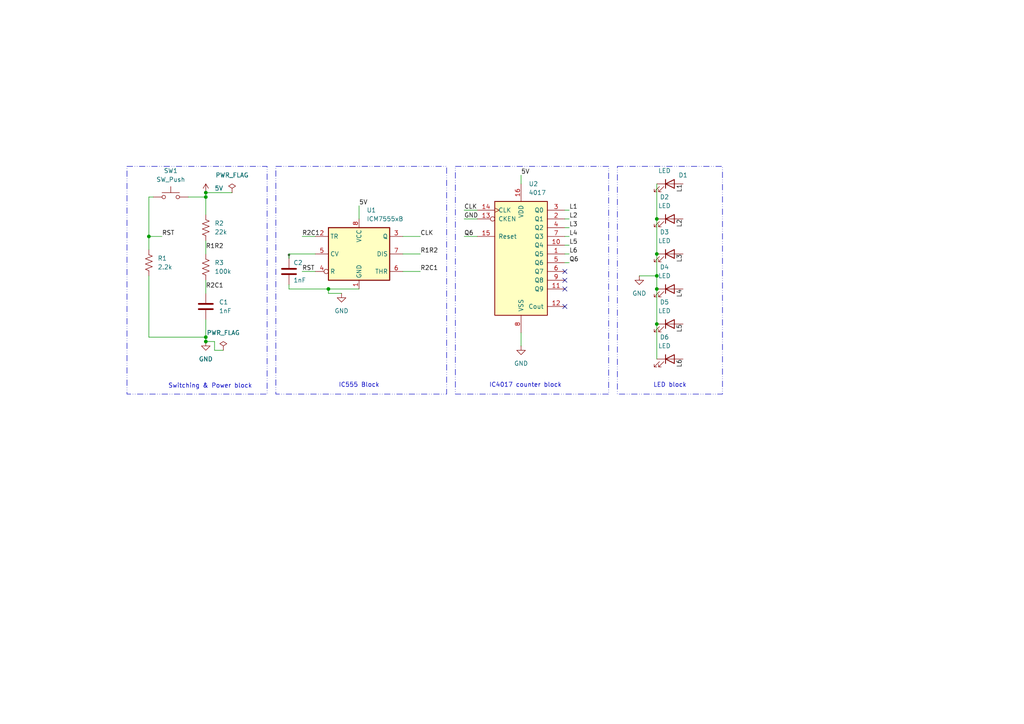
<source format=kicad_sch>
(kicad_sch
	(version 20231120)
	(generator "eeschema")
	(generator_version "8.0")
	(uuid "9ee2e794-78ec-4217-bfd4-8c24a54cbc61")
	(paper "A4")
	(title_block
		(title "Electric Dice")
		(date "2024-08-07")
		(rev "Version1")
		(company "Vakati Nanda Vardhan")
	)
	(lib_symbols
		(symbol "4xxx:4017"
			(pin_names
				(offset 1.016)
			)
			(exclude_from_sim no)
			(in_bom yes)
			(on_board yes)
			(property "Reference" "U"
				(at -7.62 16.51 0)
				(effects
					(font
						(size 1.27 1.27)
					)
				)
			)
			(property "Value" "4017"
				(at -7.62 -19.05 0)
				(effects
					(font
						(size 1.27 1.27)
					)
				)
			)
			(property "Footprint" ""
				(at 0 0 0)
				(effects
					(font
						(size 1.27 1.27)
					)
					(hide yes)
				)
			)
			(property "Datasheet" "http://www.intersil.com/content/dam/Intersil/documents/cd40/cd4017bms-22bms.pdf"
				(at 0 0 0)
				(effects
					(font
						(size 1.27 1.27)
					)
					(hide yes)
				)
			)
			(property "Description" "Johnson Counter ( 10 outputs )"
				(at 0 0 0)
				(effects
					(font
						(size 1.27 1.27)
					)
					(hide yes)
				)
			)
			(property "ki_locked" ""
				(at 0 0 0)
				(effects
					(font
						(size 1.27 1.27)
					)
				)
			)
			(property "ki_keywords" "CNT CNT10"
				(at 0 0 0)
				(effects
					(font
						(size 1.27 1.27)
					)
					(hide yes)
				)
			)
			(property "ki_fp_filters" "DIP?16*"
				(at 0 0 0)
				(effects
					(font
						(size 1.27 1.27)
					)
					(hide yes)
				)
			)
			(symbol "4017_1_0"
				(pin output line
					(at 12.7 0 180)
					(length 5.08)
					(name "Q5"
						(effects
							(font
								(size 1.27 1.27)
							)
						)
					)
					(number "1"
						(effects
							(font
								(size 1.27 1.27)
							)
						)
					)
				)
				(pin output line
					(at 12.7 2.54 180)
					(length 5.08)
					(name "Q4"
						(effects
							(font
								(size 1.27 1.27)
							)
						)
					)
					(number "10"
						(effects
							(font
								(size 1.27 1.27)
							)
						)
					)
				)
				(pin output line
					(at 12.7 -10.16 180)
					(length 5.08)
					(name "Q9"
						(effects
							(font
								(size 1.27 1.27)
							)
						)
					)
					(number "11"
						(effects
							(font
								(size 1.27 1.27)
							)
						)
					)
				)
				(pin output line
					(at 12.7 -15.24 180)
					(length 5.08)
					(name "Cout"
						(effects
							(font
								(size 1.27 1.27)
							)
						)
					)
					(number "12"
						(effects
							(font
								(size 1.27 1.27)
							)
						)
					)
				)
				(pin input inverted
					(at -12.7 10.16 0)
					(length 5.08)
					(name "CKEN"
						(effects
							(font
								(size 1.27 1.27)
							)
						)
					)
					(number "13"
						(effects
							(font
								(size 1.27 1.27)
							)
						)
					)
				)
				(pin input clock
					(at -12.7 12.7 0)
					(length 5.08)
					(name "CLK"
						(effects
							(font
								(size 1.27 1.27)
							)
						)
					)
					(number "14"
						(effects
							(font
								(size 1.27 1.27)
							)
						)
					)
				)
				(pin input line
					(at -12.7 5.08 0)
					(length 5.08)
					(name "Reset"
						(effects
							(font
								(size 1.27 1.27)
							)
						)
					)
					(number "15"
						(effects
							(font
								(size 1.27 1.27)
							)
						)
					)
				)
				(pin power_in line
					(at 0 20.32 270)
					(length 5.08)
					(name "VDD"
						(effects
							(font
								(size 1.27 1.27)
							)
						)
					)
					(number "16"
						(effects
							(font
								(size 1.27 1.27)
							)
						)
					)
				)
				(pin output line
					(at 12.7 10.16 180)
					(length 5.08)
					(name "Q1"
						(effects
							(font
								(size 1.27 1.27)
							)
						)
					)
					(number "2"
						(effects
							(font
								(size 1.27 1.27)
							)
						)
					)
				)
				(pin output line
					(at 12.7 12.7 180)
					(length 5.08)
					(name "Q0"
						(effects
							(font
								(size 1.27 1.27)
							)
						)
					)
					(number "3"
						(effects
							(font
								(size 1.27 1.27)
							)
						)
					)
				)
				(pin output line
					(at 12.7 7.62 180)
					(length 5.08)
					(name "Q2"
						(effects
							(font
								(size 1.27 1.27)
							)
						)
					)
					(number "4"
						(effects
							(font
								(size 1.27 1.27)
							)
						)
					)
				)
				(pin output line
					(at 12.7 -2.54 180)
					(length 5.08)
					(name "Q6"
						(effects
							(font
								(size 1.27 1.27)
							)
						)
					)
					(number "5"
						(effects
							(font
								(size 1.27 1.27)
							)
						)
					)
				)
				(pin output line
					(at 12.7 -5.08 180)
					(length 5.08)
					(name "Q7"
						(effects
							(font
								(size 1.27 1.27)
							)
						)
					)
					(number "6"
						(effects
							(font
								(size 1.27 1.27)
							)
						)
					)
				)
				(pin output line
					(at 12.7 5.08 180)
					(length 5.08)
					(name "Q3"
						(effects
							(font
								(size 1.27 1.27)
							)
						)
					)
					(number "7"
						(effects
							(font
								(size 1.27 1.27)
							)
						)
					)
				)
				(pin power_in line
					(at 0 -22.86 90)
					(length 5.08)
					(name "VSS"
						(effects
							(font
								(size 1.27 1.27)
							)
						)
					)
					(number "8"
						(effects
							(font
								(size 1.27 1.27)
							)
						)
					)
				)
				(pin output line
					(at 12.7 -7.62 180)
					(length 5.08)
					(name "Q8"
						(effects
							(font
								(size 1.27 1.27)
							)
						)
					)
					(number "9"
						(effects
							(font
								(size 1.27 1.27)
							)
						)
					)
				)
			)
			(symbol "4017_1_1"
				(rectangle
					(start -7.62 15.24)
					(end 7.62 -17.78)
					(stroke
						(width 0.254)
						(type default)
					)
					(fill
						(type background)
					)
				)
			)
		)
		(symbol "Device:C"
			(pin_numbers hide)
			(pin_names
				(offset 0.254)
			)
			(exclude_from_sim no)
			(in_bom yes)
			(on_board yes)
			(property "Reference" "C"
				(at 0.635 2.54 0)
				(effects
					(font
						(size 1.27 1.27)
					)
					(justify left)
				)
			)
			(property "Value" "C"
				(at 0.635 -2.54 0)
				(effects
					(font
						(size 1.27 1.27)
					)
					(justify left)
				)
			)
			(property "Footprint" ""
				(at 0.9652 -3.81 0)
				(effects
					(font
						(size 1.27 1.27)
					)
					(hide yes)
				)
			)
			(property "Datasheet" "~"
				(at 0 0 0)
				(effects
					(font
						(size 1.27 1.27)
					)
					(hide yes)
				)
			)
			(property "Description" "Unpolarized capacitor"
				(at 0 0 0)
				(effects
					(font
						(size 1.27 1.27)
					)
					(hide yes)
				)
			)
			(property "ki_keywords" "cap capacitor"
				(at 0 0 0)
				(effects
					(font
						(size 1.27 1.27)
					)
					(hide yes)
				)
			)
			(property "ki_fp_filters" "C_*"
				(at 0 0 0)
				(effects
					(font
						(size 1.27 1.27)
					)
					(hide yes)
				)
			)
			(symbol "C_0_1"
				(polyline
					(pts
						(xy -2.032 -0.762) (xy 2.032 -0.762)
					)
					(stroke
						(width 0.508)
						(type default)
					)
					(fill
						(type none)
					)
				)
				(polyline
					(pts
						(xy -2.032 0.762) (xy 2.032 0.762)
					)
					(stroke
						(width 0.508)
						(type default)
					)
					(fill
						(type none)
					)
				)
			)
			(symbol "C_1_1"
				(pin passive line
					(at 0 3.81 270)
					(length 2.794)
					(name "~"
						(effects
							(font
								(size 1.27 1.27)
							)
						)
					)
					(number "1"
						(effects
							(font
								(size 1.27 1.27)
							)
						)
					)
				)
				(pin passive line
					(at 0 -3.81 90)
					(length 2.794)
					(name "~"
						(effects
							(font
								(size 1.27 1.27)
							)
						)
					)
					(number "2"
						(effects
							(font
								(size 1.27 1.27)
							)
						)
					)
				)
			)
		)
		(symbol "Device:LED"
			(pin_numbers hide)
			(pin_names
				(offset 1.016) hide)
			(exclude_from_sim no)
			(in_bom yes)
			(on_board yes)
			(property "Reference" "D"
				(at 0 2.54 0)
				(effects
					(font
						(size 1.27 1.27)
					)
				)
			)
			(property "Value" "LED"
				(at 0 -2.54 0)
				(effects
					(font
						(size 1.27 1.27)
					)
				)
			)
			(property "Footprint" ""
				(at 0 0 0)
				(effects
					(font
						(size 1.27 1.27)
					)
					(hide yes)
				)
			)
			(property "Datasheet" "~"
				(at 0 0 0)
				(effects
					(font
						(size 1.27 1.27)
					)
					(hide yes)
				)
			)
			(property "Description" "Light emitting diode"
				(at 0 0 0)
				(effects
					(font
						(size 1.27 1.27)
					)
					(hide yes)
				)
			)
			(property "ki_keywords" "LED diode"
				(at 0 0 0)
				(effects
					(font
						(size 1.27 1.27)
					)
					(hide yes)
				)
			)
			(property "ki_fp_filters" "LED* LED_SMD:* LED_THT:*"
				(at 0 0 0)
				(effects
					(font
						(size 1.27 1.27)
					)
					(hide yes)
				)
			)
			(symbol "LED_0_1"
				(polyline
					(pts
						(xy -1.27 -1.27) (xy -1.27 1.27)
					)
					(stroke
						(width 0.254)
						(type default)
					)
					(fill
						(type none)
					)
				)
				(polyline
					(pts
						(xy -1.27 0) (xy 1.27 0)
					)
					(stroke
						(width 0)
						(type default)
					)
					(fill
						(type none)
					)
				)
				(polyline
					(pts
						(xy 1.27 -1.27) (xy 1.27 1.27) (xy -1.27 0) (xy 1.27 -1.27)
					)
					(stroke
						(width 0.254)
						(type default)
					)
					(fill
						(type none)
					)
				)
				(polyline
					(pts
						(xy -3.048 -0.762) (xy -4.572 -2.286) (xy -3.81 -2.286) (xy -4.572 -2.286) (xy -4.572 -1.524)
					)
					(stroke
						(width 0)
						(type default)
					)
					(fill
						(type none)
					)
				)
				(polyline
					(pts
						(xy -1.778 -0.762) (xy -3.302 -2.286) (xy -2.54 -2.286) (xy -3.302 -2.286) (xy -3.302 -1.524)
					)
					(stroke
						(width 0)
						(type default)
					)
					(fill
						(type none)
					)
				)
			)
			(symbol "LED_1_1"
				(pin passive line
					(at -3.81 0 0)
					(length 2.54)
					(name "K"
						(effects
							(font
								(size 1.27 1.27)
							)
						)
					)
					(number "1"
						(effects
							(font
								(size 1.27 1.27)
							)
						)
					)
				)
				(pin passive line
					(at 3.81 0 180)
					(length 2.54)
					(name "A"
						(effects
							(font
								(size 1.27 1.27)
							)
						)
					)
					(number "2"
						(effects
							(font
								(size 1.27 1.27)
							)
						)
					)
				)
			)
		)
		(symbol "Device:R_US"
			(pin_numbers hide)
			(pin_names
				(offset 0)
			)
			(exclude_from_sim no)
			(in_bom yes)
			(on_board yes)
			(property "Reference" "R"
				(at 2.54 0 90)
				(effects
					(font
						(size 1.27 1.27)
					)
				)
			)
			(property "Value" "R_US"
				(at -2.54 0 90)
				(effects
					(font
						(size 1.27 1.27)
					)
				)
			)
			(property "Footprint" ""
				(at 1.016 -0.254 90)
				(effects
					(font
						(size 1.27 1.27)
					)
					(hide yes)
				)
			)
			(property "Datasheet" "~"
				(at 0 0 0)
				(effects
					(font
						(size 1.27 1.27)
					)
					(hide yes)
				)
			)
			(property "Description" "Resistor, US symbol"
				(at 0 0 0)
				(effects
					(font
						(size 1.27 1.27)
					)
					(hide yes)
				)
			)
			(property "ki_keywords" "R res resistor"
				(at 0 0 0)
				(effects
					(font
						(size 1.27 1.27)
					)
					(hide yes)
				)
			)
			(property "ki_fp_filters" "R_*"
				(at 0 0 0)
				(effects
					(font
						(size 1.27 1.27)
					)
					(hide yes)
				)
			)
			(symbol "R_US_0_1"
				(polyline
					(pts
						(xy 0 -2.286) (xy 0 -2.54)
					)
					(stroke
						(width 0)
						(type default)
					)
					(fill
						(type none)
					)
				)
				(polyline
					(pts
						(xy 0 2.286) (xy 0 2.54)
					)
					(stroke
						(width 0)
						(type default)
					)
					(fill
						(type none)
					)
				)
				(polyline
					(pts
						(xy 0 -0.762) (xy 1.016 -1.143) (xy 0 -1.524) (xy -1.016 -1.905) (xy 0 -2.286)
					)
					(stroke
						(width 0)
						(type default)
					)
					(fill
						(type none)
					)
				)
				(polyline
					(pts
						(xy 0 0.762) (xy 1.016 0.381) (xy 0 0) (xy -1.016 -0.381) (xy 0 -0.762)
					)
					(stroke
						(width 0)
						(type default)
					)
					(fill
						(type none)
					)
				)
				(polyline
					(pts
						(xy 0 2.286) (xy 1.016 1.905) (xy 0 1.524) (xy -1.016 1.143) (xy 0 0.762)
					)
					(stroke
						(width 0)
						(type default)
					)
					(fill
						(type none)
					)
				)
			)
			(symbol "R_US_1_1"
				(pin passive line
					(at 0 3.81 270)
					(length 1.27)
					(name "~"
						(effects
							(font
								(size 1.27 1.27)
							)
						)
					)
					(number "1"
						(effects
							(font
								(size 1.27 1.27)
							)
						)
					)
				)
				(pin passive line
					(at 0 -3.81 90)
					(length 1.27)
					(name "~"
						(effects
							(font
								(size 1.27 1.27)
							)
						)
					)
					(number "2"
						(effects
							(font
								(size 1.27 1.27)
							)
						)
					)
				)
			)
		)
		(symbol "Switch:SW_Push"
			(pin_numbers hide)
			(pin_names
				(offset 1.016) hide)
			(exclude_from_sim no)
			(in_bom yes)
			(on_board yes)
			(property "Reference" "SW"
				(at 1.27 2.54 0)
				(effects
					(font
						(size 1.27 1.27)
					)
					(justify left)
				)
			)
			(property "Value" "SW_Push"
				(at 0 -1.524 0)
				(effects
					(font
						(size 1.27 1.27)
					)
				)
			)
			(property "Footprint" ""
				(at 0 5.08 0)
				(effects
					(font
						(size 1.27 1.27)
					)
					(hide yes)
				)
			)
			(property "Datasheet" "~"
				(at 0 5.08 0)
				(effects
					(font
						(size 1.27 1.27)
					)
					(hide yes)
				)
			)
			(property "Description" "Push button switch, generic, two pins"
				(at 0 0 0)
				(effects
					(font
						(size 1.27 1.27)
					)
					(hide yes)
				)
			)
			(property "ki_keywords" "switch normally-open pushbutton push-button"
				(at 0 0 0)
				(effects
					(font
						(size 1.27 1.27)
					)
					(hide yes)
				)
			)
			(symbol "SW_Push_0_1"
				(circle
					(center -2.032 0)
					(radius 0.508)
					(stroke
						(width 0)
						(type default)
					)
					(fill
						(type none)
					)
				)
				(polyline
					(pts
						(xy 0 1.27) (xy 0 3.048)
					)
					(stroke
						(width 0)
						(type default)
					)
					(fill
						(type none)
					)
				)
				(polyline
					(pts
						(xy 2.54 1.27) (xy -2.54 1.27)
					)
					(stroke
						(width 0)
						(type default)
					)
					(fill
						(type none)
					)
				)
				(circle
					(center 2.032 0)
					(radius 0.508)
					(stroke
						(width 0)
						(type default)
					)
					(fill
						(type none)
					)
				)
				(pin passive line
					(at -5.08 0 0)
					(length 2.54)
					(name "1"
						(effects
							(font
								(size 1.27 1.27)
							)
						)
					)
					(number "1"
						(effects
							(font
								(size 1.27 1.27)
							)
						)
					)
				)
				(pin passive line
					(at 5.08 0 180)
					(length 2.54)
					(name "2"
						(effects
							(font
								(size 1.27 1.27)
							)
						)
					)
					(number "2"
						(effects
							(font
								(size 1.27 1.27)
							)
						)
					)
				)
			)
		)
		(symbol "Timer:ICM7555xB"
			(exclude_from_sim no)
			(in_bom yes)
			(on_board yes)
			(property "Reference" "U"
				(at -10.16 8.89 0)
				(effects
					(font
						(size 1.27 1.27)
					)
					(justify left)
				)
			)
			(property "Value" "ICM7555xB"
				(at 2.54 8.89 0)
				(effects
					(font
						(size 1.27 1.27)
					)
					(justify left)
				)
			)
			(property "Footprint" "Package_SO:SOIC-8_3.9x4.9mm_P1.27mm"
				(at 21.59 -10.16 0)
				(effects
					(font
						(size 1.27 1.27)
					)
					(hide yes)
				)
			)
			(property "Datasheet" "http://www.intersil.com/content/dam/Intersil/documents/icm7/icm7555-56.pdf"
				(at 21.59 -10.16 0)
				(effects
					(font
						(size 1.27 1.27)
					)
					(hide yes)
				)
			)
			(property "Description" "CMOS General Purpose Timer, 555 compatible, SOIC-8"
				(at 0 0 0)
				(effects
					(font
						(size 1.27 1.27)
					)
					(hide yes)
				)
			)
			(property "ki_keywords" "single timer 555"
				(at 0 0 0)
				(effects
					(font
						(size 1.27 1.27)
					)
					(hide yes)
				)
			)
			(property "ki_fp_filters" "SOIC*3.9x4.9mm*P1.27mm*"
				(at 0 0 0)
				(effects
					(font
						(size 1.27 1.27)
					)
					(hide yes)
				)
			)
			(symbol "ICM7555xB_0_0"
				(pin power_in line
					(at 0 -10.16 90)
					(length 2.54)
					(name "GND"
						(effects
							(font
								(size 1.27 1.27)
							)
						)
					)
					(number "1"
						(effects
							(font
								(size 1.27 1.27)
							)
						)
					)
				)
				(pin power_in line
					(at 0 10.16 270)
					(length 2.54)
					(name "VCC"
						(effects
							(font
								(size 1.27 1.27)
							)
						)
					)
					(number "8"
						(effects
							(font
								(size 1.27 1.27)
							)
						)
					)
				)
			)
			(symbol "ICM7555xB_0_1"
				(rectangle
					(start -8.89 -7.62)
					(end 8.89 7.62)
					(stroke
						(width 0.254)
						(type default)
					)
					(fill
						(type background)
					)
				)
				(rectangle
					(start -8.89 -7.62)
					(end 8.89 7.62)
					(stroke
						(width 0.254)
						(type default)
					)
					(fill
						(type background)
					)
				)
			)
			(symbol "ICM7555xB_1_1"
				(pin input line
					(at -12.7 5.08 0)
					(length 3.81)
					(name "TR"
						(effects
							(font
								(size 1.27 1.27)
							)
						)
					)
					(number "2"
						(effects
							(font
								(size 1.27 1.27)
							)
						)
					)
				)
				(pin output line
					(at 12.7 5.08 180)
					(length 3.81)
					(name "Q"
						(effects
							(font
								(size 1.27 1.27)
							)
						)
					)
					(number "3"
						(effects
							(font
								(size 1.27 1.27)
							)
						)
					)
				)
				(pin input inverted
					(at -12.7 -5.08 0)
					(length 3.81)
					(name "R"
						(effects
							(font
								(size 1.27 1.27)
							)
						)
					)
					(number "4"
						(effects
							(font
								(size 1.27 1.27)
							)
						)
					)
				)
				(pin input line
					(at -12.7 0 0)
					(length 3.81)
					(name "CV"
						(effects
							(font
								(size 1.27 1.27)
							)
						)
					)
					(number "5"
						(effects
							(font
								(size 1.27 1.27)
							)
						)
					)
				)
				(pin input line
					(at 12.7 -5.08 180)
					(length 3.81)
					(name "THR"
						(effects
							(font
								(size 1.27 1.27)
							)
						)
					)
					(number "6"
						(effects
							(font
								(size 1.27 1.27)
							)
						)
					)
				)
				(pin input line
					(at 12.7 0 180)
					(length 3.81)
					(name "DIS"
						(effects
							(font
								(size 1.27 1.27)
							)
						)
					)
					(number "7"
						(effects
							(font
								(size 1.27 1.27)
							)
						)
					)
				)
			)
		)
		(symbol "power:GND"
			(power)
			(pin_numbers hide)
			(pin_names
				(offset 0) hide)
			(exclude_from_sim no)
			(in_bom yes)
			(on_board yes)
			(property "Reference" "#PWR"
				(at 0 -6.35 0)
				(effects
					(font
						(size 1.27 1.27)
					)
					(hide yes)
				)
			)
			(property "Value" "GND"
				(at 0 -3.81 0)
				(effects
					(font
						(size 1.27 1.27)
					)
				)
			)
			(property "Footprint" ""
				(at 0 0 0)
				(effects
					(font
						(size 1.27 1.27)
					)
					(hide yes)
				)
			)
			(property "Datasheet" ""
				(at 0 0 0)
				(effects
					(font
						(size 1.27 1.27)
					)
					(hide yes)
				)
			)
			(property "Description" "Power symbol creates a global label with name \"GND\" , ground"
				(at 0 0 0)
				(effects
					(font
						(size 1.27 1.27)
					)
					(hide yes)
				)
			)
			(property "ki_keywords" "global power"
				(at 0 0 0)
				(effects
					(font
						(size 1.27 1.27)
					)
					(hide yes)
				)
			)
			(symbol "GND_0_1"
				(polyline
					(pts
						(xy 0 0) (xy 0 -1.27) (xy 1.27 -1.27) (xy 0 -2.54) (xy -1.27 -1.27) (xy 0 -1.27)
					)
					(stroke
						(width 0)
						(type default)
					)
					(fill
						(type none)
					)
				)
			)
			(symbol "GND_1_1"
				(pin power_in line
					(at 0 0 270)
					(length 0)
					(name "~"
						(effects
							(font
								(size 1.27 1.27)
							)
						)
					)
					(number "1"
						(effects
							(font
								(size 1.27 1.27)
							)
						)
					)
				)
			)
		)
		(symbol "power:PWR_FLAG"
			(power)
			(pin_numbers hide)
			(pin_names
				(offset 0) hide)
			(exclude_from_sim no)
			(in_bom yes)
			(on_board yes)
			(property "Reference" "#FLG"
				(at 0 1.905 0)
				(effects
					(font
						(size 1.27 1.27)
					)
					(hide yes)
				)
			)
			(property "Value" "PWR_FLAG"
				(at 0 3.81 0)
				(effects
					(font
						(size 1.27 1.27)
					)
				)
			)
			(property "Footprint" ""
				(at 0 0 0)
				(effects
					(font
						(size 1.27 1.27)
					)
					(hide yes)
				)
			)
			(property "Datasheet" "~"
				(at 0 0 0)
				(effects
					(font
						(size 1.27 1.27)
					)
					(hide yes)
				)
			)
			(property "Description" "Special symbol for telling ERC where power comes from"
				(at 0 0 0)
				(effects
					(font
						(size 1.27 1.27)
					)
					(hide yes)
				)
			)
			(property "ki_keywords" "flag power"
				(at 0 0 0)
				(effects
					(font
						(size 1.27 1.27)
					)
					(hide yes)
				)
			)
			(symbol "PWR_FLAG_0_0"
				(pin power_out line
					(at 0 0 90)
					(length 0)
					(name "~"
						(effects
							(font
								(size 1.27 1.27)
							)
						)
					)
					(number "1"
						(effects
							(font
								(size 1.27 1.27)
							)
						)
					)
				)
			)
			(symbol "PWR_FLAG_0_1"
				(polyline
					(pts
						(xy 0 0) (xy 0 1.27) (xy -1.016 1.905) (xy 0 2.54) (xy 1.016 1.905) (xy 0 1.27)
					)
					(stroke
						(width 0)
						(type default)
					)
					(fill
						(type none)
					)
				)
			)
		)
		(symbol "power:VCC"
			(power)
			(pin_numbers hide)
			(pin_names
				(offset 0) hide)
			(exclude_from_sim no)
			(in_bom yes)
			(on_board yes)
			(property "Reference" "#PWR"
				(at 0 -3.81 0)
				(effects
					(font
						(size 1.27 1.27)
					)
					(hide yes)
				)
			)
			(property "Value" "VCC"
				(at 0 3.556 0)
				(effects
					(font
						(size 1.27 1.27)
					)
				)
			)
			(property "Footprint" ""
				(at 0 0 0)
				(effects
					(font
						(size 1.27 1.27)
					)
					(hide yes)
				)
			)
			(property "Datasheet" ""
				(at 0 0 0)
				(effects
					(font
						(size 1.27 1.27)
					)
					(hide yes)
				)
			)
			(property "Description" "Power symbol creates a global label with name \"VCC\""
				(at 0 0 0)
				(effects
					(font
						(size 1.27 1.27)
					)
					(hide yes)
				)
			)
			(property "ki_keywords" "global power"
				(at 0 0 0)
				(effects
					(font
						(size 1.27 1.27)
					)
					(hide yes)
				)
			)
			(symbol "VCC_0_1"
				(polyline
					(pts
						(xy -0.762 1.27) (xy 0 2.54)
					)
					(stroke
						(width 0)
						(type default)
					)
					(fill
						(type none)
					)
				)
				(polyline
					(pts
						(xy 0 0) (xy 0 2.54)
					)
					(stroke
						(width 0)
						(type default)
					)
					(fill
						(type none)
					)
				)
				(polyline
					(pts
						(xy 0 2.54) (xy 0.762 1.27)
					)
					(stroke
						(width 0)
						(type default)
					)
					(fill
						(type none)
					)
				)
			)
			(symbol "VCC_1_1"
				(pin power_in line
					(at 0 0 90)
					(length 0)
					(name "~"
						(effects
							(font
								(size 1.27 1.27)
							)
						)
					)
					(number "1"
						(effects
							(font
								(size 1.27 1.27)
							)
						)
					)
				)
			)
		)
	)
	(junction
		(at 43.18 68.58)
		(diameter 0)
		(color 0 0 0 0)
		(uuid "0e9ca974-01bf-48db-bdfb-b62e34a45628")
	)
	(junction
		(at 59.69 99.06)
		(diameter 0)
		(color 0 0 0 0)
		(uuid "199bb710-f3b7-43a4-aa21-dae3f23978fa")
	)
	(junction
		(at 95.25 83.82)
		(diameter 0)
		(color 0 0 0 0)
		(uuid "24b2a2f1-10fd-477a-bd8f-4176eee43e0e")
	)
	(junction
		(at 190.5 73.66)
		(diameter 0)
		(color 0 0 0 0)
		(uuid "27d65594-c795-4cc5-99fa-e02d3169ef39")
	)
	(junction
		(at 190.5 63.5)
		(diameter 0)
		(color 0 0 0 0)
		(uuid "73817770-cd98-4b07-a178-2d80374b65e7")
	)
	(junction
		(at 59.69 97.79)
		(diameter 0)
		(color 0 0 0 0)
		(uuid "9bd06792-52cb-44b2-9469-c6ddcc174a25")
	)
	(junction
		(at 190.5 80.01)
		(diameter 0)
		(color 0 0 0 0)
		(uuid "b21a6bb1-9b01-4418-8f01-5c5175e09182")
	)
	(junction
		(at 190.5 83.82)
		(diameter 0)
		(color 0 0 0 0)
		(uuid "c78335e4-dfe5-43d9-b851-4fd0bf2c4210")
	)
	(junction
		(at 190.5 93.98)
		(diameter 0)
		(color 0 0 0 0)
		(uuid "cb8c79f1-39a6-4f11-aa1d-11e49551b343")
	)
	(junction
		(at 59.69 57.15)
		(diameter 0)
		(color 0 0 0 0)
		(uuid "ce2c7382-4b2c-467f-a185-a83f19562b31")
	)
	(junction
		(at 59.69 55.88)
		(diameter 0)
		(color 0 0 0 0)
		(uuid "f79835c0-1e9a-4cbd-b9a0-b034b70aeb7d")
	)
	(no_connect
		(at 163.83 83.82)
		(uuid "81f0231a-1eac-455f-aa97-719c2b048a38")
	)
	(no_connect
		(at 163.83 81.28)
		(uuid "93d584b2-e004-406b-b81d-731ce4162d9d")
	)
	(no_connect
		(at 163.83 78.74)
		(uuid "c8ee73b5-144c-4f50-b77f-86b1a9653285")
	)
	(no_connect
		(at 163.83 88.9)
		(uuid "dff30fbe-7bda-4bda-b138-802fcafa04ae")
	)
	(wire
		(pts
			(xy 134.62 68.58) (xy 138.43 68.58)
		)
		(stroke
			(width 0)
			(type default)
		)
		(uuid "0319e1a6-17f2-44d6-9916-8e2e973cac4d")
	)
	(wire
		(pts
			(xy 43.18 72.39) (xy 43.18 68.58)
		)
		(stroke
			(width 0)
			(type default)
		)
		(uuid "045900a9-fb5d-497d-a8eb-d6a569555f62")
	)
	(wire
		(pts
			(xy 62.23 99.06) (xy 62.23 101.6)
		)
		(stroke
			(width 0)
			(type default)
		)
		(uuid "0bb78d83-589c-436c-9aa3-f9957cd2e10d")
	)
	(wire
		(pts
			(xy 59.69 81.28) (xy 59.69 85.09)
		)
		(stroke
			(width 0)
			(type default)
		)
		(uuid "0be11bcf-f35a-4156-a4af-8deea647d4b7")
	)
	(wire
		(pts
			(xy 116.84 78.74) (xy 121.92 78.74)
		)
		(stroke
			(width 0)
			(type default)
		)
		(uuid "1f795895-f4c3-44b4-87f1-89dc469434d9")
	)
	(wire
		(pts
			(xy 59.69 99.06) (xy 62.23 99.06)
		)
		(stroke
			(width 0)
			(type default)
		)
		(uuid "22602644-6964-4043-9487-a1c7f59b94ad")
	)
	(wire
		(pts
			(xy 165.1 68.58) (xy 163.83 68.58)
		)
		(stroke
			(width 0)
			(type default)
		)
		(uuid "252ab96b-cc5c-4006-8866-64634f0a23b1")
	)
	(wire
		(pts
			(xy 87.63 68.58) (xy 91.44 68.58)
		)
		(stroke
			(width 0)
			(type default)
		)
		(uuid "2cf8bd52-f5cf-4dba-8ebc-1a0915db58ba")
	)
	(wire
		(pts
			(xy 190.5 53.34) (xy 190.5 63.5)
		)
		(stroke
			(width 0)
			(type default)
		)
		(uuid "3bd09538-1e4f-4aaf-a3e8-d20c36f3f125")
	)
	(wire
		(pts
			(xy 43.18 68.58) (xy 43.18 57.15)
		)
		(stroke
			(width 0)
			(type default)
		)
		(uuid "498bd024-42d3-4c8a-9910-6251a4f6c98b")
	)
	(wire
		(pts
			(xy 43.18 80.01) (xy 43.18 97.79)
		)
		(stroke
			(width 0)
			(type default)
		)
		(uuid "560e513e-b917-46df-b5c2-34845d7b9796")
	)
	(wire
		(pts
			(xy 59.69 97.79) (xy 59.69 99.06)
		)
		(stroke
			(width 0)
			(type default)
		)
		(uuid "565ec043-3942-48aa-beea-106aacdacc57")
	)
	(wire
		(pts
			(xy 190.5 80.01) (xy 185.42 80.01)
		)
		(stroke
			(width 0)
			(type default)
		)
		(uuid "5885885d-01de-4ba7-b0b1-c610cd76b613")
	)
	(wire
		(pts
			(xy 59.69 57.15) (xy 59.69 62.23)
		)
		(stroke
			(width 0)
			(type default)
		)
		(uuid "58d794bd-a61c-4ffb-83e1-d973b76ee8d6")
	)
	(wire
		(pts
			(xy 165.1 71.12) (xy 163.83 71.12)
		)
		(stroke
			(width 0)
			(type default)
		)
		(uuid "67f6ac9e-5f5b-4aa7-9bb3-c0d0c57964c1")
	)
	(wire
		(pts
			(xy 95.25 83.82) (xy 104.14 83.82)
		)
		(stroke
			(width 0)
			(type default)
		)
		(uuid "6ae32678-2d28-454f-b6a8-e4f2f52c3384")
	)
	(wire
		(pts
			(xy 104.14 59.69) (xy 104.14 63.5)
		)
		(stroke
			(width 0)
			(type default)
		)
		(uuid "72d776a9-235a-441f-9673-6ab1ffacf008")
	)
	(wire
		(pts
			(xy 54.61 57.15) (xy 59.69 57.15)
		)
		(stroke
			(width 0)
			(type default)
		)
		(uuid "7ee805b7-5552-4df8-8bc6-6317b7ca656c")
	)
	(wire
		(pts
			(xy 151.13 50.8) (xy 151.13 53.34)
		)
		(stroke
			(width 0)
			(type default)
		)
		(uuid "82caacf7-bd20-46ce-a4a5-85ba842f33d6")
	)
	(wire
		(pts
			(xy 59.69 69.85) (xy 59.69 73.66)
		)
		(stroke
			(width 0)
			(type default)
		)
		(uuid "8382398a-1bd3-4683-9e3b-59d333b7727d")
	)
	(wire
		(pts
			(xy 121.92 68.58) (xy 116.84 68.58)
		)
		(stroke
			(width 0)
			(type default)
		)
		(uuid "845b86d5-ce6c-41f3-ab8d-27ff6c405dc9")
	)
	(wire
		(pts
			(xy 59.69 55.88) (xy 67.31 55.88)
		)
		(stroke
			(width 0)
			(type default)
		)
		(uuid "8a0b81a9-156f-4907-ba4c-695835c7bd0e")
	)
	(wire
		(pts
			(xy 87.63 78.74) (xy 91.44 78.74)
		)
		(stroke
			(width 0)
			(type default)
		)
		(uuid "8b22f205-6ea5-41dc-802f-20d9f3245061")
	)
	(wire
		(pts
			(xy 83.82 82.55) (xy 83.82 83.82)
		)
		(stroke
			(width 0)
			(type default)
		)
		(uuid "8dc4fb55-b4eb-4ca0-a0a5-2ca89a381b5a")
	)
	(wire
		(pts
			(xy 151.13 96.52) (xy 151.13 100.33)
		)
		(stroke
			(width 0)
			(type default)
		)
		(uuid "9596c365-def0-4664-a7ec-b2cfeb4fb8f7")
	)
	(wire
		(pts
			(xy 190.5 73.66) (xy 190.5 80.01)
		)
		(stroke
			(width 0)
			(type default)
		)
		(uuid "97e3f392-1eac-4d5f-881c-0af1b9d21ac3")
	)
	(wire
		(pts
			(xy 95.25 85.09) (xy 95.25 83.82)
		)
		(stroke
			(width 0)
			(type default)
		)
		(uuid "a41a8e01-3536-4ca3-b92a-5f7febdccc3d")
	)
	(wire
		(pts
			(xy 165.1 73.66) (xy 163.83 73.66)
		)
		(stroke
			(width 0)
			(type default)
		)
		(uuid "a8a34f01-f897-4f9d-90bd-c823721653df")
	)
	(wire
		(pts
			(xy 99.06 85.09) (xy 95.25 85.09)
		)
		(stroke
			(width 0)
			(type default)
		)
		(uuid "ae042e3e-143d-4f3d-8ed0-82bd246b7275")
	)
	(wire
		(pts
			(xy 165.1 63.5) (xy 163.83 63.5)
		)
		(stroke
			(width 0)
			(type default)
		)
		(uuid "af842dcb-b774-43ca-9137-9aa3723be6d7")
	)
	(wire
		(pts
			(xy 165.1 76.2) (xy 163.83 76.2)
		)
		(stroke
			(width 0)
			(type default)
		)
		(uuid "b60d4a72-9b40-49da-8053-f90ece899e56")
	)
	(wire
		(pts
			(xy 62.23 101.6) (xy 64.77 101.6)
		)
		(stroke
			(width 0)
			(type default)
		)
		(uuid "b64ecc89-f573-4ece-9f7a-7ee3599b3ada")
	)
	(wire
		(pts
			(xy 190.5 63.5) (xy 190.5 73.66)
		)
		(stroke
			(width 0)
			(type default)
		)
		(uuid "b7731765-d71f-4888-a47e-9e070a276faa")
	)
	(wire
		(pts
			(xy 91.44 73.66) (xy 83.82 73.66)
		)
		(stroke
			(width 0)
			(type default)
		)
		(uuid "b91a73ba-c44e-4a9f-b837-0ae6ae69c455")
	)
	(wire
		(pts
			(xy 43.18 57.15) (xy 44.45 57.15)
		)
		(stroke
			(width 0)
			(type default)
		)
		(uuid "b963376d-afd3-49e4-90c5-bbef7f5ac7d9")
	)
	(wire
		(pts
			(xy 190.5 80.01) (xy 190.5 83.82)
		)
		(stroke
			(width 0)
			(type default)
		)
		(uuid "c312251b-2ac8-421a-b071-cf6335f5a999")
	)
	(wire
		(pts
			(xy 165.1 66.04) (xy 163.83 66.04)
		)
		(stroke
			(width 0)
			(type default)
		)
		(uuid "c5f2175f-10c4-43c7-9ff5-aa8d67fa8717")
	)
	(wire
		(pts
			(xy 134.62 60.96) (xy 138.43 60.96)
		)
		(stroke
			(width 0)
			(type default)
		)
		(uuid "c68cfb33-e870-41bb-ae46-f755184bc3e4")
	)
	(wire
		(pts
			(xy 190.5 83.82) (xy 190.5 93.98)
		)
		(stroke
			(width 0)
			(type default)
		)
		(uuid "d2cb948f-5e97-4c19-aec7-e6e6b61be635")
	)
	(wire
		(pts
			(xy 43.18 97.79) (xy 59.69 97.79)
		)
		(stroke
			(width 0)
			(type default)
		)
		(uuid "d47039ad-6752-4654-a57e-59df7a294c60")
	)
	(wire
		(pts
			(xy 43.18 68.58) (xy 46.99 68.58)
		)
		(stroke
			(width 0)
			(type default)
		)
		(uuid "d6c3d01c-0a3d-4fa9-8c79-bf3471e3ff9c")
	)
	(wire
		(pts
			(xy 165.1 60.96) (xy 163.83 60.96)
		)
		(stroke
			(width 0)
			(type default)
		)
		(uuid "d84ecc30-e54b-4200-b5cb-a895733eb903")
	)
	(wire
		(pts
			(xy 83.82 73.66) (xy 83.82 74.93)
		)
		(stroke
			(width 0)
			(type default)
		)
		(uuid "dbf0bb70-e8fc-4f27-bcdb-43ce1dd0726b")
	)
	(wire
		(pts
			(xy 59.69 92.71) (xy 59.69 97.79)
		)
		(stroke
			(width 0)
			(type default)
		)
		(uuid "df30c23d-30ac-420b-a220-9a848ee8b9cc")
	)
	(wire
		(pts
			(xy 134.62 63.5) (xy 138.43 63.5)
		)
		(stroke
			(width 0)
			(type default)
		)
		(uuid "e4a02fd5-4ede-4141-950e-a202a3164620")
	)
	(wire
		(pts
			(xy 190.5 93.98) (xy 190.5 104.14)
		)
		(stroke
			(width 0)
			(type default)
		)
		(uuid "e7948cd5-325e-4e4c-aaba-3a41c19574ec")
	)
	(wire
		(pts
			(xy 83.82 83.82) (xy 95.25 83.82)
		)
		(stroke
			(width 0)
			(type default)
		)
		(uuid "f4ccd443-3779-4854-8348-b648668cba1b")
	)
	(wire
		(pts
			(xy 59.69 55.88) (xy 59.69 57.15)
		)
		(stroke
			(width 0)
			(type default)
		)
		(uuid "f6853abc-5177-4815-bc9d-db1c8c7c2938")
	)
	(wire
		(pts
			(xy 116.84 73.66) (xy 121.92 73.66)
		)
		(stroke
			(width 0)
			(type default)
		)
		(uuid "ff6def3e-0cff-47c3-a330-1bfb25548ef3")
	)
	(rectangle
		(start 80.01 48.26)
		(end 129.54 114.3)
		(stroke
			(width 0)
			(type dash_dot_dot)
		)
		(fill
			(type none)
		)
		(uuid 63de159e-9311-4bd8-8533-ff5dd37013bb)
	)
	(rectangle
		(start 132.08 48.26)
		(end 176.53 114.3)
		(stroke
			(width 0)
			(type dash_dot_dot)
		)
		(fill
			(type none)
		)
		(uuid 68f31d0b-85ef-4930-a31d-5635e299b400)
	)
	(rectangle
		(start 36.83 48.26)
		(end 77.47 114.3)
		(stroke
			(width 0)
			(type dash_dot_dot)
		)
		(fill
			(type none)
		)
		(uuid a7bcea60-1ca2-4cb0-a993-4b9fb45bceaf)
	)
	(rectangle
		(start 179.07 48.26)
		(end 209.55 114.3)
		(stroke
			(width 0)
			(type dash_dot_dot)
		)
		(fill
			(type none)
		)
		(uuid d5f4a286-dbc0-44b0-b1a0-6337693e7cc4)
	)
	(text "LED block\n"
		(exclude_from_sim no)
		(at 194.31 111.76 0)
		(effects
			(font
				(size 1.27 1.27)
			)
		)
		(uuid "0340399e-7743-44c9-8c49-0ef30c04abf2")
	)
	(text "IC4017 counter block\n"
		(exclude_from_sim no)
		(at 152.4 111.76 0)
		(effects
			(font
				(size 1.27 1.27)
			)
		)
		(uuid "06d45347-68d8-4f31-9939-52057c80b625")
	)
	(text "Switching & Power block\n\n"
		(exclude_from_sim no)
		(at 60.96 113.03 0)
		(effects
			(font
				(size 1.27 1.27)
			)
		)
		(uuid "3441e6aa-4e10-42dd-9f1d-e234db893fb7")
	)
	(text "IC555 Block\n"
		(exclude_from_sim no)
		(at 104.14 111.76 0)
		(effects
			(font
				(size 1.27 1.27)
			)
		)
		(uuid "e2505282-03a4-4f57-8e41-3a04c2967224")
	)
	(label "CLK"
		(at 121.92 68.58 0)
		(fields_autoplaced yes)
		(effects
			(font
				(size 1.27 1.27)
			)
			(justify left bottom)
		)
		(uuid "1d2de28c-d2d2-4068-9b56-fdce8fb3e5a7")
	)
	(label "R2C1"
		(at 121.92 78.74 0)
		(fields_autoplaced yes)
		(effects
			(font
				(size 1.27 1.27)
			)
			(justify left bottom)
		)
		(uuid "26bb3ffc-1123-485b-b9cf-3311ecaddbb5")
	)
	(label "Q6"
		(at 134.62 68.58 0)
		(fields_autoplaced yes)
		(effects
			(font
				(size 1.27 1.27)
			)
			(justify left bottom)
		)
		(uuid "2feb7620-297c-460a-9ca2-c316ddf38d0a")
	)
	(label "RST"
		(at 87.63 78.74 0)
		(fields_autoplaced yes)
		(effects
			(font
				(size 1.27 1.27)
			)
			(justify left bottom)
		)
		(uuid "3852889e-69cb-4b2e-8b42-ffe7066a81a9")
	)
	(label "5V"
		(at 151.13 50.8 0)
		(fields_autoplaced yes)
		(effects
			(font
				(size 1.27 1.27)
			)
			(justify left bottom)
		)
		(uuid "3d0bf655-1d06-4fe2-bd7e-230ac7a7845c")
	)
	(label "L5"
		(at 198.12 93.98 270)
		(fields_autoplaced yes)
		(effects
			(font
				(size 1.27 1.27)
			)
			(justify right bottom)
		)
		(uuid "46bfd07c-cd7e-42c0-a992-fc0302a928c9")
	)
	(label "L1"
		(at 198.12 53.34 270)
		(fields_autoplaced yes)
		(effects
			(font
				(size 1.27 1.27)
			)
			(justify right bottom)
		)
		(uuid "543724f7-ba50-41c7-adb5-d387de292630")
	)
	(label "5V"
		(at 104.14 59.69 0)
		(fields_autoplaced yes)
		(effects
			(font
				(size 1.27 1.27)
			)
			(justify left bottom)
		)
		(uuid "58bb01d4-284b-47ab-917c-6541197022ef")
	)
	(label "R2C1"
		(at 59.69 83.82 0)
		(fields_autoplaced yes)
		(effects
			(font
				(size 1.27 1.27)
			)
			(justify left bottom)
		)
		(uuid "5ffbb345-e53c-4d8a-86a5-e6785e5057ad")
	)
	(label "R1R2"
		(at 121.92 73.66 0)
		(fields_autoplaced yes)
		(effects
			(font
				(size 1.27 1.27)
			)
			(justify left bottom)
		)
		(uuid "61015d5e-6393-4420-9191-91696e39fa13")
	)
	(label "L4"
		(at 198.12 83.82 270)
		(fields_autoplaced yes)
		(effects
			(font
				(size 1.27 1.27)
			)
			(justify right bottom)
		)
		(uuid "75dc5833-1ab5-482c-9049-fbbb1d5c4f1d")
	)
	(label "RST"
		(at 46.99 68.58 0)
		(fields_autoplaced yes)
		(effects
			(font
				(size 1.27 1.27)
			)
			(justify left bottom)
		)
		(uuid "790105d6-aa20-4a79-9145-24a646055f6e")
	)
	(label "L3"
		(at 165.1 66.04 0)
		(fields_autoplaced yes)
		(effects
			(font
				(size 1.27 1.27)
			)
			(justify left bottom)
		)
		(uuid "8b61382e-9a19-494f-a52e-d850338d63b5")
	)
	(label "L2"
		(at 165.1 63.5 0)
		(fields_autoplaced yes)
		(effects
			(font
				(size 1.27 1.27)
			)
			(justify left bottom)
		)
		(uuid "9097b75e-dfc3-46fb-9866-cf077af5a77e")
	)
	(label "L2"
		(at 198.12 63.5 270)
		(fields_autoplaced yes)
		(effects
			(font
				(size 1.27 1.27)
			)
			(justify right bottom)
		)
		(uuid "a69a5e1b-c5ac-4dc6-9292-0f213bbfe4a6")
	)
	(label "L1"
		(at 165.1 60.96 0)
		(fields_autoplaced yes)
		(effects
			(font
				(size 1.27 1.27)
			)
			(justify left bottom)
		)
		(uuid "aa55c569-b826-44ee-b8b6-c3ab1c40b9c9")
	)
	(label "Q6"
		(at 165.1 76.2 0)
		(fields_autoplaced yes)
		(effects
			(font
				(size 1.27 1.27)
			)
			(justify left bottom)
		)
		(uuid "ac702bd5-7f63-4094-81d7-c4c1d5d503dd")
	)
	(label "L6"
		(at 198.12 104.14 270)
		(fields_autoplaced yes)
		(effects
			(font
				(size 1.27 1.27)
			)
			(justify right bottom)
		)
		(uuid "ae77c284-0083-46fd-a46b-900772b81be0")
	)
	(label "L5"
		(at 165.1 71.12 0)
		(fields_autoplaced yes)
		(effects
			(font
				(size 1.27 1.27)
			)
			(justify left bottom)
		)
		(uuid "af46acd3-0b4b-4bdb-8386-c0f305d3ac8b")
	)
	(label "L3"
		(at 198.12 73.66 270)
		(fields_autoplaced yes)
		(effects
			(font
				(size 1.27 1.27)
			)
			(justify right bottom)
		)
		(uuid "b19c8c70-9f29-4171-b58c-4702b8ec4c8e")
	)
	(label "R2C1"
		(at 87.63 68.58 0)
		(fields_autoplaced yes)
		(effects
			(font
				(size 1.27 1.27)
			)
			(justify left bottom)
		)
		(uuid "b1cc90d6-a64e-42d7-ad82-6d0d95ae0d3c")
	)
	(label "GND"
		(at 134.62 63.5 0)
		(fields_autoplaced yes)
		(effects
			(font
				(size 1.27 1.27)
			)
			(justify left bottom)
		)
		(uuid "c2bf81a8-9121-4abd-9b7f-89920858a7f4")
	)
	(label "L6"
		(at 165.1 73.66 0)
		(fields_autoplaced yes)
		(effects
			(font
				(size 1.27 1.27)
			)
			(justify left bottom)
		)
		(uuid "cd657af7-21e1-498c-9e2f-f6e4dc3e61eb")
	)
	(label "CLK"
		(at 134.62 60.96 0)
		(fields_autoplaced yes)
		(effects
			(font
				(size 1.27 1.27)
			)
			(justify left bottom)
		)
		(uuid "d45b8a95-f167-4ee1-9004-fdd2621b5ad1")
	)
	(label "L4"
		(at 165.1 68.58 0)
		(fields_autoplaced yes)
		(effects
			(font
				(size 1.27 1.27)
			)
			(justify left bottom)
		)
		(uuid "eef2b04c-f4a9-4ee4-9ecb-07a81c90afe6")
	)
	(label "R1R2"
		(at 59.69 72.39 0)
		(fields_autoplaced yes)
		(effects
			(font
				(size 1.27 1.27)
			)
			(justify left bottom)
		)
		(uuid "f8fa012e-6bb8-410a-a1c8-b32cbb591fa1")
	)
	(netclass_flag ""
		(length 1)
		(shape dot)
		(at 83.82 74.93 0)
		(fields_autoplaced yes)
		(effects
			(font
				(size 1.27 1.27)
			)
			(justify left bottom)
		)
		(uuid "9e7a74e3-d701-4613-81d5-583dfbc141d8")
		(property "Netclass" "Signal"
			(at 84.5185 73.93 0)
			(effects
				(font
					(size 1.27 1.27)
					(italic yes)
				)
				(justify left)
				(hide yes)
			)
		)
	)
	(symbol
		(lib_id "Device:LED")
		(at 194.31 53.34 0)
		(unit 1)
		(exclude_from_sim no)
		(in_bom yes)
		(on_board yes)
		(dnp no)
		(uuid "18609074-aab0-411f-a951-f837874d5e98")
		(property "Reference" "D1"
			(at 198.12 50.8 0)
			(effects
				(font
					(size 1.27 1.27)
				)
			)
		)
		(property "Value" "LED"
			(at 192.7225 49.53 0)
			(effects
				(font
					(size 1.27 1.27)
				)
			)
		)
		(property "Footprint" "LED_THT:LED_D3.0mm_Horizontal_O1.27mm_Z2.0mm"
			(at 194.31 53.34 0)
			(effects
				(font
					(size 1.27 1.27)
				)
				(hide yes)
			)
		)
		(property "Datasheet" "~"
			(at 194.31 53.34 0)
			(effects
				(font
					(size 1.27 1.27)
				)
				(hide yes)
			)
		)
		(property "Description" "Light emitting diode"
			(at 194.31 53.34 0)
			(effects
				(font
					(size 1.27 1.27)
				)
				(hide yes)
			)
		)
		(pin "2"
			(uuid "5a7a722c-ca19-4c79-a7fe-01b98513bb43")
		)
		(pin "1"
			(uuid "7be77183-ae25-4246-8147-d9fe78ee4416")
		)
		(instances
			(project ""
				(path "/9ee2e794-78ec-4217-bfd4-8c24a54cbc61"
					(reference "D1")
					(unit 1)
				)
			)
		)
	)
	(symbol
		(lib_id "power:PWR_FLAG")
		(at 64.77 101.6 0)
		(unit 1)
		(exclude_from_sim no)
		(in_bom yes)
		(on_board yes)
		(dnp no)
		(fields_autoplaced yes)
		(uuid "1a7ac024-c287-4d7a-904b-2c7288b0d424")
		(property "Reference" "#FLG02"
			(at 64.77 99.695 0)
			(effects
				(font
					(size 1.27 1.27)
				)
				(hide yes)
			)
		)
		(property "Value" "PWR_FLAG"
			(at 64.77 96.52 0)
			(effects
				(font
					(size 1.27 1.27)
				)
			)
		)
		(property "Footprint" ""
			(at 64.77 101.6 0)
			(effects
				(font
					(size 1.27 1.27)
				)
				(hide yes)
			)
		)
		(property "Datasheet" "~"
			(at 64.77 101.6 0)
			(effects
				(font
					(size 1.27 1.27)
				)
				(hide yes)
			)
		)
		(property "Description" "Special symbol for telling ERC where power comes from"
			(at 64.77 101.6 0)
			(effects
				(font
					(size 1.27 1.27)
				)
				(hide yes)
			)
		)
		(pin "1"
			(uuid "9400359f-5d5e-409a-ac7c-f4d6180a79f0")
		)
		(instances
			(project ""
				(path "/9ee2e794-78ec-4217-bfd4-8c24a54cbc61"
					(reference "#FLG02")
					(unit 1)
				)
			)
		)
	)
	(symbol
		(lib_id "Timer:ICM7555xB")
		(at 104.14 73.66 0)
		(unit 1)
		(exclude_from_sim no)
		(in_bom yes)
		(on_board yes)
		(dnp no)
		(fields_autoplaced yes)
		(uuid "403d5f5a-215b-4d1f-8f4a-3e8123fe5620")
		(property "Reference" "U1"
			(at 106.3341 60.96 0)
			(effects
				(font
					(size 1.27 1.27)
				)
				(justify left)
			)
		)
		(property "Value" "ICM7555xB"
			(at 106.3341 63.5 0)
			(effects
				(font
					(size 1.27 1.27)
				)
				(justify left)
			)
		)
		(property "Footprint" "Package_SO:SOIC-8_3.9x4.9mm_P1.27mm"
			(at 125.73 83.82 0)
			(effects
				(font
					(size 1.27 1.27)
				)
				(hide yes)
			)
		)
		(property "Datasheet" "http://www.intersil.com/content/dam/Intersil/documents/icm7/icm7555-56.pdf"
			(at 125.73 83.82 0)
			(effects
				(font
					(size 1.27 1.27)
				)
				(hide yes)
			)
		)
		(property "Description" "CMOS General Purpose Timer, 555 compatible, SOIC-8"
			(at 104.14 73.66 0)
			(effects
				(font
					(size 1.27 1.27)
				)
				(hide yes)
			)
		)
		(pin "4"
			(uuid "1f8e614b-32c4-46fe-a374-cb34ccf52dd6")
		)
		(pin "8"
			(uuid "36b8a62b-a5a6-481c-bb7d-5e95fed21747")
		)
		(pin "6"
			(uuid "e4cdba54-92af-443e-a443-686e36796d6f")
		)
		(pin "2"
			(uuid "e162e35d-87cf-42b7-8d74-842ff639f0f6")
		)
		(pin "3"
			(uuid "e914ae5c-71dc-4f72-b59b-9c161ee56923")
		)
		(pin "5"
			(uuid "e5c3cfbf-d3d5-4f69-aa8a-fb0e47ab5c0d")
		)
		(pin "7"
			(uuid "9e03b3ed-6803-46c5-b174-cb4807056c46")
		)
		(pin "1"
			(uuid "073b2b59-50fe-4102-b3b0-02dea6b77eed")
		)
		(instances
			(project ""
				(path "/9ee2e794-78ec-4217-bfd4-8c24a54cbc61"
					(reference "U1")
					(unit 1)
				)
			)
		)
	)
	(symbol
		(lib_id "Device:C")
		(at 83.82 78.74 0)
		(unit 1)
		(exclude_from_sim no)
		(in_bom yes)
		(on_board yes)
		(dnp no)
		(uuid "429cf182-543b-45d7-acd9-39d2cd564f2f")
		(property "Reference" "C2"
			(at 85.09 76.2 0)
			(effects
				(font
					(size 1.27 1.27)
				)
				(justify left)
			)
		)
		(property "Value" "1nF"
			(at 85.09 81.28 0)
			(effects
				(font
					(size 1.27 1.27)
				)
				(justify left)
			)
		)
		(property "Footprint" "Capacitor_THT:C_Axial_L3.8mm_D2.6mm_P10.00mm_Horizontal"
			(at 84.7852 82.55 0)
			(effects
				(font
					(size 1.27 1.27)
				)
				(hide yes)
			)
		)
		(property "Datasheet" "~"
			(at 83.82 78.74 0)
			(effects
				(font
					(size 1.27 1.27)
				)
				(hide yes)
			)
		)
		(property "Description" "Unpolarized capacitor"
			(at 83.82 78.74 0)
			(effects
				(font
					(size 1.27 1.27)
				)
				(hide yes)
			)
		)
		(pin "2"
			(uuid "80b4a156-390c-44ff-b665-d9eaf7f9f506")
		)
		(pin "1"
			(uuid "ec936651-bbba-42e0-833f-d4cf276b7f1b")
		)
		(instances
			(project ""
				(path "/9ee2e794-78ec-4217-bfd4-8c24a54cbc61"
					(reference "C2")
					(unit 1)
				)
			)
		)
	)
	(symbol
		(lib_id "Device:LED")
		(at 194.31 63.5 0)
		(unit 1)
		(exclude_from_sim no)
		(in_bom yes)
		(on_board yes)
		(dnp no)
		(fields_autoplaced yes)
		(uuid "4477b9c2-8845-436b-b263-62e9cb737d39")
		(property "Reference" "D2"
			(at 192.7225 57.15 0)
			(effects
				(font
					(size 1.27 1.27)
				)
			)
		)
		(property "Value" "LED"
			(at 192.7225 59.69 0)
			(effects
				(font
					(size 1.27 1.27)
				)
			)
		)
		(property "Footprint" "LED_THT:LED_D3.0mm_Horizontal_O1.27mm_Z2.0mm"
			(at 194.31 63.5 0)
			(effects
				(font
					(size 1.27 1.27)
				)
				(hide yes)
			)
		)
		(property "Datasheet" "~"
			(at 194.31 63.5 0)
			(effects
				(font
					(size 1.27 1.27)
				)
				(hide yes)
			)
		)
		(property "Description" "Light emitting diode"
			(at 194.31 63.5 0)
			(effects
				(font
					(size 1.27 1.27)
				)
				(hide yes)
			)
		)
		(pin "2"
			(uuid "5a7a722c-ca19-4c79-a7fe-01b98513bb44")
		)
		(pin "1"
			(uuid "7be77183-ae25-4246-8147-d9fe78ee4417")
		)
		(instances
			(project ""
				(path "/9ee2e794-78ec-4217-bfd4-8c24a54cbc61"
					(reference "D2")
					(unit 1)
				)
			)
		)
	)
	(symbol
		(lib_id "Device:LED")
		(at 194.31 104.14 0)
		(unit 1)
		(exclude_from_sim no)
		(in_bom yes)
		(on_board yes)
		(dnp no)
		(fields_autoplaced yes)
		(uuid "519f19c1-40a7-476b-99a2-4a552ff9e214")
		(property "Reference" "D6"
			(at 192.7225 97.79 0)
			(effects
				(font
					(size 1.27 1.27)
				)
			)
		)
		(property "Value" "LED"
			(at 192.7225 100.33 0)
			(effects
				(font
					(size 1.27 1.27)
				)
			)
		)
		(property "Footprint" "LED_THT:LED_D3.0mm_Horizontal_O1.27mm_Z2.0mm"
			(at 194.31 104.14 0)
			(effects
				(font
					(size 1.27 1.27)
				)
				(hide yes)
			)
		)
		(property "Datasheet" "~"
			(at 194.31 104.14 0)
			(effects
				(font
					(size 1.27 1.27)
				)
				(hide yes)
			)
		)
		(property "Description" "Light emitting diode"
			(at 194.31 104.14 0)
			(effects
				(font
					(size 1.27 1.27)
				)
				(hide yes)
			)
		)
		(pin "2"
			(uuid "5a7a722c-ca19-4c79-a7fe-01b98513bb45")
		)
		(pin "1"
			(uuid "7be77183-ae25-4246-8147-d9fe78ee4418")
		)
		(instances
			(project ""
				(path "/9ee2e794-78ec-4217-bfd4-8c24a54cbc61"
					(reference "D6")
					(unit 1)
				)
			)
		)
	)
	(symbol
		(lib_id "Device:R_US")
		(at 59.69 77.47 0)
		(unit 1)
		(exclude_from_sim no)
		(in_bom yes)
		(on_board yes)
		(dnp no)
		(fields_autoplaced yes)
		(uuid "5ddda099-4b52-45a6-b458-da0beff8441e")
		(property "Reference" "R3"
			(at 62.23 76.1999 0)
			(effects
				(font
					(size 1.27 1.27)
				)
				(justify left)
			)
		)
		(property "Value" "100k"
			(at 62.23 78.7399 0)
			(effects
				(font
					(size 1.27 1.27)
				)
				(justify left)
			)
		)
		(property "Footprint" "Resistor_THT:R_Axial_DIN0414_L11.9mm_D4.5mm_P15.24mm_Horizontal"
			(at 60.706 77.724 90)
			(effects
				(font
					(size 1.27 1.27)
				)
				(hide yes)
			)
		)
		(property "Datasheet" "~"
			(at 59.69 77.47 0)
			(effects
				(font
					(size 1.27 1.27)
				)
				(hide yes)
			)
		)
		(property "Description" "Resistor, US symbol"
			(at 59.69 77.47 0)
			(effects
				(font
					(size 1.27 1.27)
				)
				(hide yes)
			)
		)
		(pin "2"
			(uuid "ad14aeae-ffe8-4ebc-a98a-f876f30afe0d")
		)
		(pin "1"
			(uuid "51f220e6-2bc1-4adf-98e1-67de6c0de20d")
		)
		(instances
			(project ""
				(path "/9ee2e794-78ec-4217-bfd4-8c24a54cbc61"
					(reference "R3")
					(unit 1)
				)
			)
		)
	)
	(symbol
		(lib_id "Device:LED")
		(at 194.31 73.66 0)
		(unit 1)
		(exclude_from_sim no)
		(in_bom yes)
		(on_board yes)
		(dnp no)
		(fields_autoplaced yes)
		(uuid "5ea5cf95-9154-4266-809d-e89485a0fd0e")
		(property "Reference" "D3"
			(at 192.7225 67.31 0)
			(effects
				(font
					(size 1.27 1.27)
				)
			)
		)
		(property "Value" "LED"
			(at 192.7225 69.85 0)
			(effects
				(font
					(size 1.27 1.27)
				)
			)
		)
		(property "Footprint" "LED_THT:LED_D3.0mm_Horizontal_O1.27mm_Z2.0mm"
			(at 194.31 73.66 0)
			(effects
				(font
					(size 1.27 1.27)
				)
				(hide yes)
			)
		)
		(property "Datasheet" "~"
			(at 194.31 73.66 0)
			(effects
				(font
					(size 1.27 1.27)
				)
				(hide yes)
			)
		)
		(property "Description" "Light emitting diode"
			(at 194.31 73.66 0)
			(effects
				(font
					(size 1.27 1.27)
				)
				(hide yes)
			)
		)
		(pin "2"
			(uuid "5a7a722c-ca19-4c79-a7fe-01b98513bb46")
		)
		(pin "1"
			(uuid "7be77183-ae25-4246-8147-d9fe78ee4419")
		)
		(instances
			(project ""
				(path "/9ee2e794-78ec-4217-bfd4-8c24a54cbc61"
					(reference "D3")
					(unit 1)
				)
			)
		)
	)
	(symbol
		(lib_id "Device:LED")
		(at 194.31 83.82 0)
		(unit 1)
		(exclude_from_sim no)
		(in_bom yes)
		(on_board yes)
		(dnp no)
		(fields_autoplaced yes)
		(uuid "6ef39a88-8b09-442c-9cd4-c2477c182365")
		(property "Reference" "D4"
			(at 192.7225 77.47 0)
			(effects
				(font
					(size 1.27 1.27)
				)
			)
		)
		(property "Value" "LED"
			(at 192.7225 80.01 0)
			(effects
				(font
					(size 1.27 1.27)
				)
			)
		)
		(property "Footprint" "LED_THT:LED_D3.0mm_Horizontal_O1.27mm_Z2.0mm"
			(at 194.31 83.82 0)
			(effects
				(font
					(size 1.27 1.27)
				)
				(hide yes)
			)
		)
		(property "Datasheet" "~"
			(at 194.31 83.82 0)
			(effects
				(font
					(size 1.27 1.27)
				)
				(hide yes)
			)
		)
		(property "Description" "Light emitting diode"
			(at 194.31 83.82 0)
			(effects
				(font
					(size 1.27 1.27)
				)
				(hide yes)
			)
		)
		(pin "2"
			(uuid "5a7a722c-ca19-4c79-a7fe-01b98513bb47")
		)
		(pin "1"
			(uuid "7be77183-ae25-4246-8147-d9fe78ee441a")
		)
		(instances
			(project ""
				(path "/9ee2e794-78ec-4217-bfd4-8c24a54cbc61"
					(reference "D4")
					(unit 1)
				)
			)
		)
	)
	(symbol
		(lib_id "Device:R_US")
		(at 43.18 76.2 0)
		(unit 1)
		(exclude_from_sim no)
		(in_bom yes)
		(on_board yes)
		(dnp no)
		(fields_autoplaced yes)
		(uuid "780db62f-d809-4705-9356-ff70c9e68bc0")
		(property "Reference" "R1"
			(at 45.72 74.9299 0)
			(effects
				(font
					(size 1.27 1.27)
				)
				(justify left)
			)
		)
		(property "Value" "2.2k"
			(at 45.72 77.4699 0)
			(effects
				(font
					(size 1.27 1.27)
				)
				(justify left)
			)
		)
		(property "Footprint" "Resistor_THT:R_Axial_DIN0414_L11.9mm_D4.5mm_P15.24mm_Horizontal"
			(at 44.196 76.454 90)
			(effects
				(font
					(size 1.27 1.27)
				)
				(hide yes)
			)
		)
		(property "Datasheet" "~"
			(at 43.18 76.2 0)
			(effects
				(font
					(size 1.27 1.27)
				)
				(hide yes)
			)
		)
		(property "Description" "Resistor, US symbol"
			(at 43.18 76.2 0)
			(effects
				(font
					(size 1.27 1.27)
				)
				(hide yes)
			)
		)
		(pin "2"
			(uuid "ad14aeae-ffe8-4ebc-a98a-f876f30afe0e")
		)
		(pin "1"
			(uuid "51f220e6-2bc1-4adf-98e1-67de6c0de20e")
		)
		(instances
			(project ""
				(path "/9ee2e794-78ec-4217-bfd4-8c24a54cbc61"
					(reference "R1")
					(unit 1)
				)
			)
		)
	)
	(symbol
		(lib_id "power:VCC")
		(at 59.69 55.88 0)
		(unit 1)
		(exclude_from_sim no)
		(in_bom yes)
		(on_board yes)
		(dnp no)
		(fields_autoplaced yes)
		(uuid "80e640c8-f107-45b9-9562-29662a172050")
		(property "Reference" "#PWR01"
			(at 59.69 59.69 0)
			(effects
				(font
					(size 1.27 1.27)
				)
				(hide yes)
			)
		)
		(property "Value" "5V"
			(at 62.23 54.6099 0)
			(effects
				(font
					(size 1.27 1.27)
				)
				(justify left)
			)
		)
		(property "Footprint" ""
			(at 59.69 55.88 0)
			(effects
				(font
					(size 1.27 1.27)
				)
				(hide yes)
			)
		)
		(property "Datasheet" ""
			(at 59.69 55.88 0)
			(effects
				(font
					(size 1.27 1.27)
				)
				(hide yes)
			)
		)
		(property "Description" "Power symbol creates a global label with name \"VCC\""
			(at 59.69 55.88 0)
			(effects
				(font
					(size 1.27 1.27)
				)
				(hide yes)
			)
		)
		(pin "1"
			(uuid "4de98814-7c13-4cdf-a687-d3fa92cd66e2")
		)
		(instances
			(project ""
				(path "/9ee2e794-78ec-4217-bfd4-8c24a54cbc61"
					(reference "#PWR01")
					(unit 1)
				)
			)
		)
	)
	(symbol
		(lib_id "power:PWR_FLAG")
		(at 67.31 55.88 0)
		(unit 1)
		(exclude_from_sim no)
		(in_bom yes)
		(on_board yes)
		(dnp no)
		(fields_autoplaced yes)
		(uuid "84bf9bba-fb63-43ae-9716-739f930cad40")
		(property "Reference" "#FLG01"
			(at 67.31 53.975 0)
			(effects
				(font
					(size 1.27 1.27)
				)
				(hide yes)
			)
		)
		(property "Value" "PWR_FLAG"
			(at 67.31 50.8 0)
			(effects
				(font
					(size 1.27 1.27)
				)
			)
		)
		(property "Footprint" ""
			(at 67.31 55.88 0)
			(effects
				(font
					(size 1.27 1.27)
				)
				(hide yes)
			)
		)
		(property "Datasheet" "~"
			(at 67.31 55.88 0)
			(effects
				(font
					(size 1.27 1.27)
				)
				(hide yes)
			)
		)
		(property "Description" "Special symbol for telling ERC where power comes from"
			(at 67.31 55.88 0)
			(effects
				(font
					(size 1.27 1.27)
				)
				(hide yes)
			)
		)
		(pin "1"
			(uuid "4f91b83c-3894-4b6a-977b-ba188c913b2c")
		)
		(instances
			(project ""
				(path "/9ee2e794-78ec-4217-bfd4-8c24a54cbc61"
					(reference "#FLG01")
					(unit 1)
				)
			)
		)
	)
	(symbol
		(lib_id "Device:R_US")
		(at 59.69 66.04 0)
		(unit 1)
		(exclude_from_sim no)
		(in_bom yes)
		(on_board yes)
		(dnp no)
		(fields_autoplaced yes)
		(uuid "8f88898f-b6f0-4060-b39d-a19885b512cf")
		(property "Reference" "R2"
			(at 62.23 64.7699 0)
			(effects
				(font
					(size 1.27 1.27)
				)
				(justify left)
			)
		)
		(property "Value" "22k"
			(at 62.23 67.3099 0)
			(effects
				(font
					(size 1.27 1.27)
				)
				(justify left)
			)
		)
		(property "Footprint" "Resistor_THT:R_Axial_DIN0414_L11.9mm_D4.5mm_P15.24mm_Horizontal"
			(at 60.706 66.294 90)
			(effects
				(font
					(size 1.27 1.27)
				)
				(hide yes)
			)
		)
		(property "Datasheet" "~"
			(at 59.69 66.04 0)
			(effects
				(font
					(size 1.27 1.27)
				)
				(hide yes)
			)
		)
		(property "Description" "Resistor, US symbol"
			(at 59.69 66.04 0)
			(effects
				(font
					(size 1.27 1.27)
				)
				(hide yes)
			)
		)
		(pin "2"
			(uuid "ad14aeae-ffe8-4ebc-a98a-f876f30afe0f")
		)
		(pin "1"
			(uuid "51f220e6-2bc1-4adf-98e1-67de6c0de20f")
		)
		(instances
			(project ""
				(path "/9ee2e794-78ec-4217-bfd4-8c24a54cbc61"
					(reference "R2")
					(unit 1)
				)
			)
		)
	)
	(symbol
		(lib_id "power:GND")
		(at 151.13 100.33 0)
		(unit 1)
		(exclude_from_sim no)
		(in_bom yes)
		(on_board yes)
		(dnp no)
		(fields_autoplaced yes)
		(uuid "9b835145-2b8e-4621-a420-10c183dc8a3b")
		(property "Reference" "#PWR04"
			(at 151.13 106.68 0)
			(effects
				(font
					(size 1.27 1.27)
				)
				(hide yes)
			)
		)
		(property "Value" "GND"
			(at 151.13 105.41 0)
			(effects
				(font
					(size 1.27 1.27)
				)
			)
		)
		(property "Footprint" ""
			(at 151.13 100.33 0)
			(effects
				(font
					(size 1.27 1.27)
				)
				(hide yes)
			)
		)
		(property "Datasheet" ""
			(at 151.13 100.33 0)
			(effects
				(font
					(size 1.27 1.27)
				)
				(hide yes)
			)
		)
		(property "Description" "Power symbol creates a global label with name \"GND\" , ground"
			(at 151.13 100.33 0)
			(effects
				(font
					(size 1.27 1.27)
				)
				(hide yes)
			)
		)
		(pin "1"
			(uuid "e92bd4f4-e4ac-402d-92bd-5d4ee25f880f")
		)
		(instances
			(project ""
				(path "/9ee2e794-78ec-4217-bfd4-8c24a54cbc61"
					(reference "#PWR04")
					(unit 1)
				)
			)
		)
	)
	(symbol
		(lib_id "Device:C")
		(at 59.69 88.9 0)
		(unit 1)
		(exclude_from_sim no)
		(in_bom yes)
		(on_board yes)
		(dnp no)
		(fields_autoplaced yes)
		(uuid "9d7a69a3-466a-4deb-88fc-542bbc2d755e")
		(property "Reference" "C1"
			(at 63.5 87.6299 0)
			(effects
				(font
					(size 1.27 1.27)
				)
				(justify left)
			)
		)
		(property "Value" "1nF"
			(at 63.5 90.1699 0)
			(effects
				(font
					(size 1.27 1.27)
				)
				(justify left)
			)
		)
		(property "Footprint" "Capacitor_THT:C_Axial_L3.8mm_D2.6mm_P10.00mm_Horizontal"
			(at 60.6552 92.71 0)
			(effects
				(font
					(size 1.27 1.27)
				)
				(hide yes)
			)
		)
		(property "Datasheet" "~"
			(at 59.69 88.9 0)
			(effects
				(font
					(size 1.27 1.27)
				)
				(hide yes)
			)
		)
		(property "Description" "Unpolarized capacitor"
			(at 59.69 88.9 0)
			(effects
				(font
					(size 1.27 1.27)
				)
				(hide yes)
			)
		)
		(pin "2"
			(uuid "80b4a156-390c-44ff-b665-d9eaf7f9f507")
		)
		(pin "1"
			(uuid "ec936651-bbba-42e0-833f-d4cf276b7f1c")
		)
		(instances
			(project ""
				(path "/9ee2e794-78ec-4217-bfd4-8c24a54cbc61"
					(reference "C1")
					(unit 1)
				)
			)
		)
	)
	(symbol
		(lib_id "4xxx:4017")
		(at 151.13 73.66 0)
		(unit 1)
		(exclude_from_sim no)
		(in_bom yes)
		(on_board yes)
		(dnp no)
		(fields_autoplaced yes)
		(uuid "9f990626-89de-4f0c-adef-ad022e4b9e62")
		(property "Reference" "U2"
			(at 153.3241 53.34 0)
			(effects
				(font
					(size 1.27 1.27)
				)
				(justify left)
			)
		)
		(property "Value" "4017"
			(at 153.3241 55.88 0)
			(effects
				(font
					(size 1.27 1.27)
				)
				(justify left)
			)
		)
		(property "Footprint" "Package_DIP:DIP-16_W7.62mm"
			(at 151.13 73.66 0)
			(effects
				(font
					(size 1.27 1.27)
				)
				(hide yes)
			)
		)
		(property "Datasheet" "http://www.intersil.com/content/dam/Intersil/documents/cd40/cd4017bms-22bms.pdf"
			(at 151.13 73.66 0)
			(effects
				(font
					(size 1.27 1.27)
				)
				(hide yes)
			)
		)
		(property "Description" "Johnson Counter ( 10 outputs )"
			(at 151.13 73.66 0)
			(effects
				(font
					(size 1.27 1.27)
				)
				(hide yes)
			)
		)
		(pin "9"
			(uuid "ecb0ff63-e8cc-49db-85fb-d6c312a0ac76")
		)
		(pin "7"
			(uuid "5bd868ab-142f-4690-8889-5c548bb415c9")
		)
		(pin "3"
			(uuid "e7304c60-a848-4367-a167-913d15ac1d68")
		)
		(pin "16"
			(uuid "2bc68569-f86d-4af8-b47a-683b6c620c4a")
		)
		(pin "13"
			(uuid "566d2924-98cd-4b54-a231-00929746a72e")
		)
		(pin "12"
			(uuid "41dd5c48-6661-41c3-9f40-0f9c6ef8d6a4")
		)
		(pin "2"
			(uuid "d79102f8-2c6b-4f2c-8af3-243758658f3a")
		)
		(pin "15"
			(uuid "2fe9c36d-e867-4f29-8a8f-321529937b6a")
		)
		(pin "5"
			(uuid "0d4d5cce-5777-4f46-a04d-d882abbee343")
		)
		(pin "6"
			(uuid "acf75671-35ea-4698-893c-c56965d4582c")
		)
		(pin "8"
			(uuid "b907d685-2ecc-4c05-8d1f-f3dfd6defc59")
		)
		(pin "1"
			(uuid "258f84f2-035f-455f-8d90-7984ab7d5066")
		)
		(pin "10"
			(uuid "1eb08c9e-1320-4b42-8082-ba20f375482e")
		)
		(pin "14"
			(uuid "f42788d1-ccf1-4eca-9908-630236e25dd8")
		)
		(pin "4"
			(uuid "4a7b4022-909f-4afb-ae1b-75a496507d03")
		)
		(pin "11"
			(uuid "42aff2ad-3b8d-4b33-b29e-cec5155c491d")
		)
		(instances
			(project ""
				(path "/9ee2e794-78ec-4217-bfd4-8c24a54cbc61"
					(reference "U2")
					(unit 1)
				)
			)
		)
	)
	(symbol
		(lib_id "power:GND")
		(at 185.42 80.01 0)
		(unit 1)
		(exclude_from_sim no)
		(in_bom yes)
		(on_board yes)
		(dnp no)
		(fields_autoplaced yes)
		(uuid "c3c67572-abe3-4420-81db-24e056dcf705")
		(property "Reference" "#PWR05"
			(at 185.42 86.36 0)
			(effects
				(font
					(size 1.27 1.27)
				)
				(hide yes)
			)
		)
		(property "Value" "GND"
			(at 185.42 85.09 0)
			(effects
				(font
					(size 1.27 1.27)
				)
			)
		)
		(property "Footprint" ""
			(at 185.42 80.01 0)
			(effects
				(font
					(size 1.27 1.27)
				)
				(hide yes)
			)
		)
		(property "Datasheet" ""
			(at 185.42 80.01 0)
			(effects
				(font
					(size 1.27 1.27)
				)
				(hide yes)
			)
		)
		(property "Description" "Power symbol creates a global label with name \"GND\" , ground"
			(at 185.42 80.01 0)
			(effects
				(font
					(size 1.27 1.27)
				)
				(hide yes)
			)
		)
		(pin "1"
			(uuid "e92bd4f4-e4ac-402d-92bd-5d4ee25f8810")
		)
		(instances
			(project ""
				(path "/9ee2e794-78ec-4217-bfd4-8c24a54cbc61"
					(reference "#PWR05")
					(unit 1)
				)
			)
		)
	)
	(symbol
		(lib_id "power:GND")
		(at 59.69 99.06 0)
		(unit 1)
		(exclude_from_sim no)
		(in_bom yes)
		(on_board yes)
		(dnp no)
		(fields_autoplaced yes)
		(uuid "ca73f650-0cd0-452c-9069-007652e02744")
		(property "Reference" "#PWR02"
			(at 59.69 105.41 0)
			(effects
				(font
					(size 1.27 1.27)
				)
				(hide yes)
			)
		)
		(property "Value" "GND"
			(at 59.69 104.14 0)
			(effects
				(font
					(size 1.27 1.27)
				)
			)
		)
		(property "Footprint" ""
			(at 59.69 99.06 0)
			(effects
				(font
					(size 1.27 1.27)
				)
				(hide yes)
			)
		)
		(property "Datasheet" ""
			(at 59.69 99.06 0)
			(effects
				(font
					(size 1.27 1.27)
				)
				(hide yes)
			)
		)
		(property "Description" "Power symbol creates a global label with name \"GND\" , ground"
			(at 59.69 99.06 0)
			(effects
				(font
					(size 1.27 1.27)
				)
				(hide yes)
			)
		)
		(pin "1"
			(uuid "45043c3a-ee54-4696-9c45-6ea29e4a4799")
		)
		(instances
			(project ""
				(path "/9ee2e794-78ec-4217-bfd4-8c24a54cbc61"
					(reference "#PWR02")
					(unit 1)
				)
			)
		)
	)
	(symbol
		(lib_id "Switch:SW_Push")
		(at 49.53 57.15 0)
		(unit 1)
		(exclude_from_sim no)
		(in_bom yes)
		(on_board yes)
		(dnp no)
		(fields_autoplaced yes)
		(uuid "cba27d2f-5d1e-4da6-9b67-33999b4d1dde")
		(property "Reference" "SW1"
			(at 49.53 49.53 0)
			(effects
				(font
					(size 1.27 1.27)
				)
			)
		)
		(property "Value" "SW_Push"
			(at 49.53 52.07 0)
			(effects
				(font
					(size 1.27 1.27)
				)
			)
		)
		(property "Footprint" "Button_Switch_THT:SW_PUSH_6mm"
			(at 49.53 52.07 0)
			(effects
				(font
					(size 1.27 1.27)
				)
				(hide yes)
			)
		)
		(property "Datasheet" "~"
			(at 49.53 52.07 0)
			(effects
				(font
					(size 1.27 1.27)
				)
				(hide yes)
			)
		)
		(property "Description" "Push button switch, generic, two pins"
			(at 49.53 57.15 0)
			(effects
				(font
					(size 1.27 1.27)
				)
				(hide yes)
			)
		)
		(pin "2"
			(uuid "7f931eeb-c5c1-4400-b8f5-f6803524d264")
		)
		(pin "1"
			(uuid "bd21eec1-1265-4ad7-9910-86152bde997d")
		)
		(instances
			(project ""
				(path "/9ee2e794-78ec-4217-bfd4-8c24a54cbc61"
					(reference "SW1")
					(unit 1)
				)
			)
		)
	)
	(symbol
		(lib_id "power:GND")
		(at 99.06 85.09 0)
		(unit 1)
		(exclude_from_sim no)
		(in_bom yes)
		(on_board yes)
		(dnp no)
		(fields_autoplaced yes)
		(uuid "d22d9171-dc14-4ba9-bd5e-a23a42a5aaea")
		(property "Reference" "#PWR03"
			(at 99.06 91.44 0)
			(effects
				(font
					(size 1.27 1.27)
				)
				(hide yes)
			)
		)
		(property "Value" "GND"
			(at 99.06 90.17 0)
			(effects
				(font
					(size 1.27 1.27)
				)
			)
		)
		(property "Footprint" ""
			(at 99.06 85.09 0)
			(effects
				(font
					(size 1.27 1.27)
				)
				(hide yes)
			)
		)
		(property "Datasheet" ""
			(at 99.06 85.09 0)
			(effects
				(font
					(size 1.27 1.27)
				)
				(hide yes)
			)
		)
		(property "Description" "Power symbol creates a global label with name \"GND\" , ground"
			(at 99.06 85.09 0)
			(effects
				(font
					(size 1.27 1.27)
				)
				(hide yes)
			)
		)
		(pin "1"
			(uuid "e92bd4f4-e4ac-402d-92bd-5d4ee25f8811")
		)
		(instances
			(project ""
				(path "/9ee2e794-78ec-4217-bfd4-8c24a54cbc61"
					(reference "#PWR03")
					(unit 1)
				)
			)
		)
	)
	(symbol
		(lib_id "Device:LED")
		(at 194.31 93.98 0)
		(unit 1)
		(exclude_from_sim no)
		(in_bom yes)
		(on_board yes)
		(dnp no)
		(fields_autoplaced yes)
		(uuid "f96bb04e-db8f-40dd-ac88-c20950df1416")
		(property "Reference" "D5"
			(at 192.7225 87.63 0)
			(effects
				(font
					(size 1.27 1.27)
				)
			)
		)
		(property "Value" "LED"
			(at 192.7225 90.17 0)
			(effects
				(font
					(size 1.27 1.27)
				)
			)
		)
		(property "Footprint" "LED_THT:LED_D3.0mm_Horizontal_O1.27mm_Z2.0mm"
			(at 194.31 93.98 0)
			(effects
				(font
					(size 1.27 1.27)
				)
				(hide yes)
			)
		)
		(property "Datasheet" "~"
			(at 194.31 93.98 0)
			(effects
				(font
					(size 1.27 1.27)
				)
				(hide yes)
			)
		)
		(property "Description" "Light emitting diode"
			(at 194.31 93.98 0)
			(effects
				(font
					(size 1.27 1.27)
				)
				(hide yes)
			)
		)
		(pin "2"
			(uuid "5a7a722c-ca19-4c79-a7fe-01b98513bb48")
		)
		(pin "1"
			(uuid "7be77183-ae25-4246-8147-d9fe78ee441b")
		)
		(instances
			(project ""
				(path "/9ee2e794-78ec-4217-bfd4-8c24a54cbc61"
					(reference "D5")
					(unit 1)
				)
			)
		)
	)
	(sheet_instances
		(path "/"
			(page "1")
		)
	)
)

</source>
